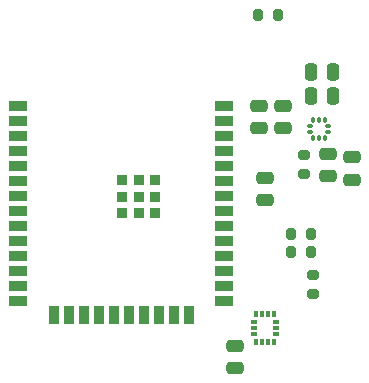
<source format=gbr>
%TF.GenerationSoftware,KiCad,Pcbnew,7.0.9*%
%TF.CreationDate,2023-12-29T19:26:42-05:00*%
%TF.ProjectId,watch-0001,77617463-682d-4303-9030-312e6b696361,v.0.0.1*%
%TF.SameCoordinates,Original*%
%TF.FileFunction,Paste,Bot*%
%TF.FilePolarity,Positive*%
%FSLAX46Y46*%
G04 Gerber Fmt 4.6, Leading zero omitted, Abs format (unit mm)*
G04 Created by KiCad (PCBNEW 7.0.9) date 2023-12-29 19:26:42*
%MOMM*%
%LPD*%
G01*
G04 APERTURE LIST*
G04 Aperture macros list*
%AMRoundRect*
0 Rectangle with rounded corners*
0 $1 Rounding radius*
0 $2 $3 $4 $5 $6 $7 $8 $9 X,Y pos of 4 corners*
0 Add a 4 corners polygon primitive as box body*
4,1,4,$2,$3,$4,$5,$6,$7,$8,$9,$2,$3,0*
0 Add four circle primitives for the rounded corners*
1,1,$1+$1,$2,$3*
1,1,$1+$1,$4,$5*
1,1,$1+$1,$6,$7*
1,1,$1+$1,$8,$9*
0 Add four rect primitives between the rounded corners*
20,1,$1+$1,$2,$3,$4,$5,0*
20,1,$1+$1,$4,$5,$6,$7,0*
20,1,$1+$1,$6,$7,$8,$9,0*
20,1,$1+$1,$8,$9,$2,$3,0*%
G04 Aperture macros list end*
%ADD10RoundRect,0.250000X-0.475000X0.250000X-0.475000X-0.250000X0.475000X-0.250000X0.475000X0.250000X0*%
%ADD11RoundRect,0.200000X0.200000X0.275000X-0.200000X0.275000X-0.200000X-0.275000X0.200000X-0.275000X0*%
%ADD12RoundRect,0.200000X-0.275000X0.200000X-0.275000X-0.200000X0.275000X-0.200000X0.275000X0.200000X0*%
%ADD13R,0.350000X0.600000*%
%ADD14R,0.600000X0.350000*%
%ADD15RoundRect,0.087500X-0.125000X-0.087500X0.125000X-0.087500X0.125000X0.087500X-0.125000X0.087500X0*%
%ADD16RoundRect,0.087500X-0.087500X-0.125000X0.087500X-0.125000X0.087500X0.125000X-0.087500X0.125000X0*%
%ADD17RoundRect,0.250000X0.250000X0.475000X-0.250000X0.475000X-0.250000X-0.475000X0.250000X-0.475000X0*%
%ADD18RoundRect,0.250000X0.475000X-0.250000X0.475000X0.250000X-0.475000X0.250000X-0.475000X-0.250000X0*%
%ADD19R,1.500000X0.900000*%
%ADD20R,0.900000X1.500000*%
%ADD21R,0.900000X0.900000*%
G04 APERTURE END LIST*
D10*
%TO.C,C7*%
X162052000Y-86426000D03*
X162052000Y-88326000D03*
%TD*%
D11*
%TO.C,R10*%
X160591000Y-93218000D03*
X158941000Y-93218000D03*
%TD*%
D12*
%TO.C,R18*%
X160020000Y-86551000D03*
X160020000Y-88201000D03*
%TD*%
D13*
%TO.C,U3*%
X157468000Y-102346500D03*
X156968000Y-102346500D03*
X156468000Y-102346500D03*
X155968000Y-102346500D03*
D14*
X155808000Y-101686500D03*
X155808000Y-101186500D03*
X155808000Y-100686500D03*
D13*
X155968000Y-100026500D03*
X156468000Y-100026500D03*
X156968000Y-100026500D03*
X157468000Y-100026500D03*
D14*
X157628000Y-100686500D03*
X157628000Y-101186500D03*
X157628000Y-101686500D03*
%TD*%
D12*
%TO.C,R19*%
X160782000Y-96711000D03*
X160782000Y-98361000D03*
%TD*%
D15*
%TO.C,U4*%
X160527500Y-84578000D03*
X160527500Y-84078000D03*
D16*
X160790000Y-83565500D03*
X161290000Y-83565500D03*
X161790000Y-83565500D03*
D15*
X162052500Y-84078000D03*
X162052500Y-84578000D03*
D16*
X161790000Y-85090500D03*
X161290000Y-85090500D03*
X160790000Y-85090500D03*
%TD*%
D17*
%TO.C,C9*%
X162494000Y-79502000D03*
X160594000Y-79502000D03*
%TD*%
%TO.C,C11*%
X162494000Y-81534000D03*
X160594000Y-81534000D03*
%TD*%
D10*
%TO.C,C8*%
X164084000Y-86746000D03*
X164084000Y-88646000D03*
%TD*%
D11*
%TO.C,R17*%
X157797000Y-74676000D03*
X156147000Y-74676000D03*
%TD*%
%TO.C,R11*%
X160591000Y-94742000D03*
X158941000Y-94742000D03*
%TD*%
D18*
%TO.C,C10*%
X154178000Y-104582000D03*
X154178000Y-102682000D03*
%TD*%
%TO.C,C6*%
X156210000Y-84262000D03*
X156210000Y-82362000D03*
%TD*%
%TO.C,C5*%
X158242000Y-84262000D03*
X158242000Y-82362000D03*
%TD*%
D19*
%TO.C,U1*%
X153276000Y-82374000D03*
X153276000Y-83644000D03*
X153276000Y-84914000D03*
X153276000Y-86184000D03*
X153276000Y-87454000D03*
X153276000Y-88724000D03*
X153276000Y-89994000D03*
X153276000Y-91264000D03*
X153276000Y-92534000D03*
X153276000Y-93804000D03*
X153276000Y-95074000D03*
X153276000Y-96344000D03*
X153276000Y-97614000D03*
X153276000Y-98884000D03*
D20*
X150241000Y-100134000D03*
X148971000Y-100134000D03*
X147701000Y-100134000D03*
X146431000Y-100134000D03*
X145161000Y-100134000D03*
X143891000Y-100134000D03*
X142621000Y-100134000D03*
X141351000Y-100134000D03*
X140081000Y-100134000D03*
X138811000Y-100134000D03*
D19*
X135776000Y-98884000D03*
X135776000Y-97614000D03*
X135776000Y-96344000D03*
X135776000Y-95074000D03*
X135776000Y-93804000D03*
X135776000Y-92534000D03*
X135776000Y-91264000D03*
X135776000Y-89994000D03*
X135776000Y-88724000D03*
X135776000Y-87454000D03*
X135776000Y-86184000D03*
X135776000Y-84914000D03*
X135776000Y-83644000D03*
X135776000Y-82374000D03*
D21*
X147426000Y-88694000D03*
X147426000Y-90094000D03*
X147426000Y-91494000D03*
X146026000Y-91494000D03*
X144626000Y-91494000D03*
X144626000Y-90094000D03*
X144626000Y-88694000D03*
X146026000Y-88694000D03*
X146026000Y-90094000D03*
%TD*%
D18*
%TO.C,C12*%
X156718000Y-90358000D03*
X156718000Y-88458000D03*
%TD*%
M02*

</source>
